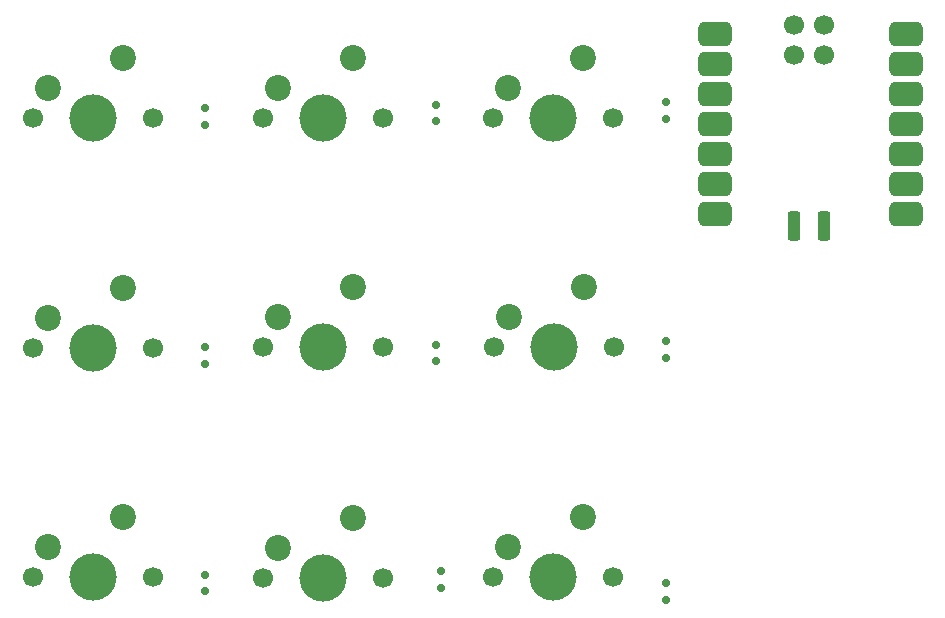
<source format=gbr>
%TF.GenerationSoftware,KiCad,Pcbnew,8.0.6*%
%TF.CreationDate,2024-10-28T02:11:40-04:00*%
%TF.ProjectId,macropad_schematic,6d616372-6f70-4616-945f-736368656d61,rev?*%
%TF.SameCoordinates,Original*%
%TF.FileFunction,Soldermask,Bot*%
%TF.FilePolarity,Negative*%
%FSLAX46Y46*%
G04 Gerber Fmt 4.6, Leading zero omitted, Abs format (unit mm)*
G04 Created by KiCad (PCBNEW 8.0.6) date 2024-10-28 02:11:40*
%MOMM*%
%LPD*%
G01*
G04 APERTURE LIST*
G04 Aperture macros list*
%AMRoundRect*
0 Rectangle with rounded corners*
0 $1 Rounding radius*
0 $2 $3 $4 $5 $6 $7 $8 $9 X,Y pos of 4 corners*
0 Add a 4 corners polygon primitive as box body*
4,1,4,$2,$3,$4,$5,$6,$7,$8,$9,$2,$3,0*
0 Add four circle primitives for the rounded corners*
1,1,$1+$1,$2,$3*
1,1,$1+$1,$4,$5*
1,1,$1+$1,$6,$7*
1,1,$1+$1,$8,$9*
0 Add four rect primitives between the rounded corners*
20,1,$1+$1,$2,$3,$4,$5,0*
20,1,$1+$1,$4,$5,$6,$7,0*
20,1,$1+$1,$6,$7,$8,$9,0*
20,1,$1+$1,$8,$9,$2,$3,0*%
G04 Aperture macros list end*
%ADD10C,1.700000*%
%ADD11C,4.000000*%
%ADD12C,2.200000*%
%ADD13RoundRect,0.150000X-0.200000X0.150000X-0.200000X-0.150000X0.200000X-0.150000X0.200000X0.150000X0*%
%ADD14RoundRect,0.525400X0.900400X0.525400X-0.900400X0.525400X-0.900400X-0.525400X0.900400X-0.525400X0*%
%ADD15RoundRect,0.275000X-0.275000X0.975000X-0.275000X-0.975000X0.275000X-0.975000X0.275000X0.975000X0*%
G04 APERTURE END LIST*
D10*
%TO.C,SW6*%
X108230000Y-111580000D03*
D11*
X113310000Y-111580000D03*
D10*
X118390000Y-111580000D03*
D12*
X115850000Y-106500000D03*
X109500000Y-109040000D03*
%TD*%
D10*
%TO.C,SW5*%
X108230000Y-92040000D03*
D11*
X113310000Y-92040000D03*
D10*
X118390000Y-92040000D03*
D12*
X115850000Y-86960000D03*
X109500000Y-89500000D03*
%TD*%
D10*
%TO.C,SW8*%
X127770000Y-92000000D03*
D11*
X132850000Y-92000000D03*
D10*
X137930000Y-92000000D03*
D12*
X135390000Y-86920000D03*
X129040000Y-89460000D03*
%TD*%
D10*
%TO.C,SW1*%
X88730000Y-72580000D03*
D11*
X93810000Y-72580000D03*
D10*
X98890000Y-72580000D03*
D12*
X96350000Y-67500000D03*
X90000000Y-70040000D03*
%TD*%
D10*
%TO.C,SW2*%
X88730000Y-92080000D03*
D11*
X93810000Y-92080000D03*
D10*
X98890000Y-92080000D03*
D12*
X96350000Y-87000000D03*
X90000000Y-89540000D03*
%TD*%
D10*
%TO.C,SW3*%
X88770000Y-111500000D03*
D11*
X93850000Y-111500000D03*
D10*
X98930000Y-111500000D03*
D12*
X96390000Y-106420000D03*
X90040000Y-108960000D03*
%TD*%
D10*
%TO.C,SW4*%
X108230000Y-72580000D03*
D11*
X113310000Y-72580000D03*
D10*
X118390000Y-72580000D03*
D12*
X115850000Y-67500000D03*
X109500000Y-70040000D03*
%TD*%
D10*
%TO.C,SW9*%
X127690000Y-111500000D03*
D11*
X132770000Y-111500000D03*
D10*
X137850000Y-111500000D03*
D12*
X135310000Y-106420000D03*
X128960000Y-108960000D03*
%TD*%
D10*
%TO.C,SW7*%
X127730000Y-72580000D03*
D11*
X132810000Y-72580000D03*
D10*
X137890000Y-72580000D03*
D12*
X135350000Y-67500000D03*
X129000000Y-70040000D03*
%TD*%
D13*
%TO.C,D8*%
X142350000Y-92900000D03*
X142350000Y-91500000D03*
%TD*%
D14*
%TO.C,U1*%
X162665000Y-65460000D03*
X162665000Y-68000000D03*
X162665000Y-70540000D03*
X162665000Y-73080000D03*
X162665000Y-75620000D03*
X162665000Y-78160000D03*
X162665000Y-80700000D03*
X146500000Y-80700000D03*
X146500000Y-78160000D03*
X146500000Y-75620000D03*
X146500000Y-73080000D03*
X146500000Y-70540000D03*
X146500000Y-68000000D03*
X146500000Y-65460000D03*
D15*
X155753000Y-81720000D03*
X153213000Y-81720000D03*
D10*
X155753000Y-64702000D03*
X153213000Y-64702000D03*
X155753000Y-67242000D03*
X153213000Y-67242000D03*
%TD*%
D13*
%TO.C,D4*%
X122850000Y-72900000D03*
X122850000Y-71500000D03*
%TD*%
%TO.C,D2*%
X103350000Y-93400000D03*
X103350000Y-92000000D03*
%TD*%
%TO.C,D5*%
X122850000Y-93200000D03*
X122850000Y-91800000D03*
%TD*%
%TO.C,D6*%
X123350000Y-112400000D03*
X123350000Y-111000000D03*
%TD*%
%TO.C,D9*%
X142350000Y-113400000D03*
X142350000Y-112000000D03*
%TD*%
%TO.C,D3*%
X103350000Y-112700000D03*
X103350000Y-111300000D03*
%TD*%
%TO.C,D1*%
X103350000Y-73200000D03*
X103350000Y-71800000D03*
%TD*%
%TO.C,D7*%
X142350000Y-72700000D03*
X142350000Y-71300000D03*
%TD*%
M02*

</source>
